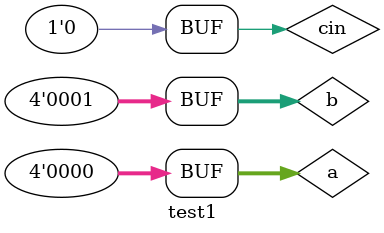
<source format=v>
`timescale 1ns / 1ps


module test1;

	// Inputs
	reg [3:0] a;
	reg [3:0] b;
	reg cin;

	// Outputs
	wire [4:0] sum;

	// Instantiate the Unit Under Test (UUT)
	rca_delay uut (
		.sum(sum), 
		.a(a), 
		.b(b), 
		.cin(cin)
	);

	initial begin
	$monitor ($time,",  a = %b,  b = %b,  cin = %b,  sum = %b\n",a,b,cin,sum);
	
		a = 4'b0000;
		b = 4'b0000;
		cin = 0;

		#20;
		
		a = 4'b0000;
		b = 4'b0001;
		cin = 0;

	end
      
endmodule


</source>
